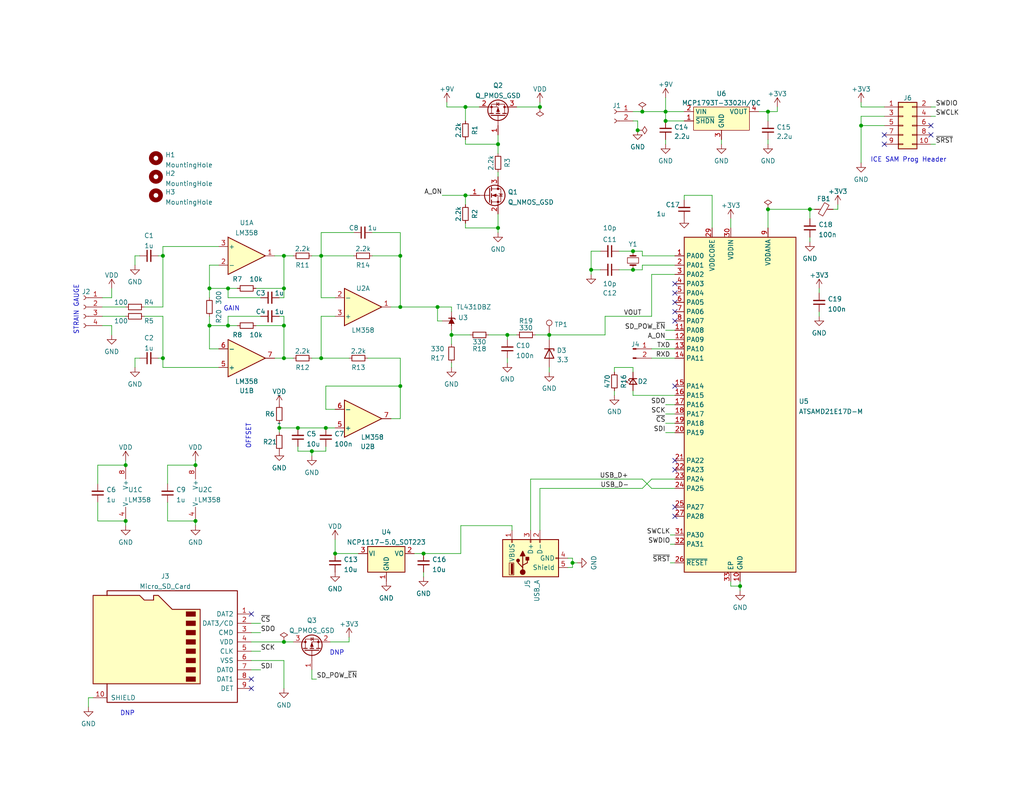
<source format=kicad_sch>
(kicad_sch (version 20211123) (generator eeschema)
  (paper "USLetter")
  (title_block (title "Depth Sensor with Battery") (date "2022-04-06") (rev "1") (company "EWB-SFP") (comment 1 "Hans Gaensbauer"))
  (lib_symbols
    (symbol "Amplifier_Operational:LM358" (pin_names (offset 0.127))
      (property "Reference" "U" (at 0 5.08 0))
      (property "Value" "LM358" (at 0 -5.08 0))
      (symbol "LM358_1_1"
        (pin output line (at 7.62 0 180) (length 2.54) (name "~") (number "1"))
        (pin input line (at -7.62 -2.54 0) (length 2.54) (name "-") (number "2"))
        (pin input line (at -7.62 2.54 0) (length 2.54) (name "+") (number "3"))
      )
      (symbol "LM358_2_1"
        (pin input line (at -7.62 2.54 0) (length 2.54) (name "+") (number "5"))
        (pin input line (at -7.62 -2.54 0) (length 2.54) (name "-") (number "6"))
        (pin output line (at 7.62 0 180) (length 2.54) (name "~") (number "7"))
      )
      (symbol "LM358_3_1"
        (pin power_in line (at -2.54 -7.62 90) (length 3.81) (name "V-") (number "4"))
        (pin power_in line (at -2.54 7.62 270) (length 3.81) (name "V+") (number "8"))
      )
    )
    (symbol "Connector:Conn_01x02_Female" (pin_names (offset 1.016) hide)
      (property "Reference" "J" (at 0 2.54 0))
      (property "Value" "Conn_01x02_Female" (at 0 -5.08 0))
      (symbol "Conn_01x02_Female_1_1"
        (pin passive line (at -5.08 0 0) (length 3.81) (name "Pin_1") (number "1"))
        (pin passive line (at -5.08 -2.54 0) (length 3.81) (name "Pin_2") (number "2"))
      )
    )
    (symbol "Connector:Conn_01x02_Male" (pin_names (offset 1.016) hide)
      (property "Reference" "J" (at 0 2.54 0))
      (property "Value" "Conn_01x02_Male" (at 0 -5.08 0))
      (symbol "Conn_01x02_Male_1_1"
        (pin passive line (at 5.08 0 180) (length 3.81) (name "Pin_1") (number "1"))
        (pin passive line (at 5.08 -2.54 180) (length 3.81) (name "Pin_2") (number "2"))
      )
    )
    (symbol "Connector:Conn_01x04_Female" (pin_names (offset 1.016) hide)
      (property "Reference" "J" (at 0 5.08 0))
      (property "Value" "Conn_01x04_Female" (at 0 -7.62 0))
      (symbol "Conn_01x04_Female_1_1"
        (pin passive line (at -5.08 2.54 0) (length 3.81) (name "Pin_1") (number "1"))
        (pin passive line (at -5.08 0 0) (length 3.81) (name "Pin_2") (number "2"))
        (pin passive line (at -5.08 -2.54 0) (length 3.81) (name "Pin_3") (number "3"))
        (pin passive line (at -5.08 -5.08 0) (length 3.81) (name "Pin_4") (number "4"))
      )
    )
    (symbol "Connector:TestPoint" (pin_numbers hide) (pin_names (offset 0.762) hide)
      (property "Reference" "TP" (at 0 6.858 0))
      (property "Value" "TestPoint" (at 0 5.08 0))
      (symbol "TestPoint_1_1"
        (pin passive line (at 0 0 90) (length 2.54) (name "1") (number "1"))
      )
    )
    (symbol "Connector:USB_A" (pin_names (offset 1.016))
      (property "Reference" "J" (at -5.08 11.43 0))
      (property "Value" "USB_A" (at -5.08 8.89 0))
      (symbol "USB_A_1_1"
        (pin power_in line (at 7.62 5.08 180) (length 2.54) (name "VBUS") (number "1"))
        (pin bidirectional line (at 7.62 -2.54 180) (length 2.54) (name "D-") (number "2"))
        (pin bidirectional line (at 7.62 0 180) (length 2.54) (name "D+") (number "3"))
        (pin power_in line (at 0 -10.16 90) (length 2.54) (name "GND") (number "4"))
        (pin passive line (at -2.54 -10.16 90) (length 2.54) (name "Shield") (number "5"))
      )
    )
    (symbol "Connector_Generic:Conn_02x05_Odd_Even" (pin_names (offset 1.016) hide)
      (property "Reference" "J" (at 1.27 7.62 0))
      (property "Value" "Conn_02x05_Odd_Even" (at 1.27 -7.62 0))
      (symbol "Conn_02x05_Odd_Even_1_1"
        (pin passive line (at -5.08 5.08 0) (length 3.81) (name "Pin_1") (number "1"))
        (pin passive line (at 7.62 -5.08 180) (length 3.81) (name "Pin_10") (number "10"))
        (pin passive line (at 7.62 5.08 180) (length 3.81) (name "Pin_2") (number "2"))
        (pin passive line (at -5.08 2.54 0) (length 3.81) (name "Pin_3") (number "3"))
        (pin passive line (at 7.62 2.54 180) (length 3.81) (name "Pin_4") (number "4"))
        (pin passive line (at -5.08 0 0) (length 3.81) (name "Pin_5") (number "5"))
        (pin passive line (at 7.62 0 180) (length 3.81) (name "Pin_6") (number "6"))
        (pin passive line (at -5.08 -2.54 0) (length 3.81) (name "Pin_7") (number "7"))
        (pin passive line (at 7.62 -2.54 180) (length 3.81) (name "Pin_8") (number "8"))
        (pin passive line (at -5.08 -5.08 0) (length 3.81) (name "Pin_9") (number "9"))
      )
    )
    (symbol "Device:C_Small" (pin_numbers hide) (pin_names (offset 0.254) hide)
      (property "Reference" "C" (at 0.254 1.778 0))
      (property "Value" "C_Small" (at 0.254 -2.032 0))
      (symbol "C_Small_1_1"
        (pin passive line (at 0 2.54 270) (length 2.032) (name "~") (number "1"))
        (pin passive line (at 0 -2.54 90) (length 2.032) (name "~") (number "2"))
      )
    )
    (symbol "Device:Crystal_Small" (pin_numbers hide) (pin_names (offset 1.016) hide)
      (property "Reference" "Y" (at 0 2.54 0))
      (property "Value" "Crystal_Small" (at 0 -2.54 0))
      (symbol "Crystal_Small_1_1"
        (pin passive line (at -2.54 0 0) (length 1.27) (name "1") (number "1"))
        (pin passive line (at 2.54 0 180) (length 1.27) (name "2") (number "2"))
      )
    )
    (symbol "Device:D_Zener" (pin_numbers hide) (pin_names (offset 1.016) hide)
      (property "Reference" "D" (at 0 2.54 0))
      (property "Value" "D_Zener" (at 0 -2.54 0))
      (symbol "D_Zener_1_1"
        (pin passive line (at -3.81 0 0) (length 2.54) (name "K") (number "1"))
        (pin passive line (at 3.81 0 180) (length 2.54) (name "A") (number "2"))
      )
    )
    (symbol "Device:FerriteBead_Small" (pin_numbers hide) (pin_names (offset 0))
      (property "Reference" "FB" (at 1.905 1.27 0))
      (property "Value" "FerriteBead_Small" (at 1.905 -1.27 0))
      (symbol "FerriteBead_Small_1_1"
        (pin passive line (at 0 2.54 270) (length 1.27) (name "~") (number "1"))
        (pin passive line (at 0 -2.54 90) (length 1.27) (name "~") (number "2"))
      )
    )
    (symbol "Device:LED_Small" (pin_numbers hide) (pin_names (offset 0.254) hide)
      (property "Reference" "D" (at -1.27 3.175 0))
      (property "Value" "LED_Small" (at -4.445 -2.54 0))
      (symbol "LED_Small_1_1"
        (pin passive line (at -2.54 0 0) (length 1.778) (name "K") (number "1"))
        (pin passive line (at 2.54 0 180) (length 1.778) (name "A") (number "2"))
      )
    )
    (symbol "Device:Q_NMOS_GSD" (pin_names (offset 0) hide)
      (property "Reference" "Q" (at 5.08 1.27 0))
      (property "Value" "Q_NMOS_GSD" (at 5.08 -1.27 0))
      (symbol "Q_NMOS_GSD_1_1"
        (pin input line (at -5.08 0 0) (length 2.54) (name "G") (number "1"))
        (pin passive line (at 2.54 -5.08 90) (length 2.54) (name "S") (number "2"))
        (pin passive line (at 2.54 5.08 270) (length 2.54) (name "D") (number "3"))
      )
    )
    (symbol "Device:Q_PMOS_GSD" (pin_names (offset 0) hide)
      (property "Reference" "Q" (at 5.08 1.27 0))
      (property "Value" "Q_PMOS_GSD" (at 5.08 -1.27 0))
      (symbol "Q_PMOS_GSD_1_1"
        (pin input line (at -5.08 0 0) (length 2.54) (name "G") (number "1"))
        (pin passive line (at 2.54 -5.08 90) (length 2.54) (name "S") (number "2"))
        (pin passive line (at 2.54 5.08 270) (length 2.54) (name "D") (number "3"))
      )
    )
    (symbol "Device:R_Small" (pin_numbers hide) (pin_names (offset 0.254) hide)
      (property "Reference" "R" (at 0.762 0.508 0))
      (property "Value" "R_Small" (at 0.762 -1.016 0))
      (symbol "R_Small_1_1"
        (pin passive line (at 0 2.54 270) (length 0.762) (name "~") (number "1"))
        (pin passive line (at 0 -2.54 90) (length 0.762) (name "~") (number "2"))
      )
    )
    (symbol "MCU_Microchip_SAMD:ATSAMD21E17D-M"
      (property "Reference" "U" (at -13.97 46.99 0))
      (property "Value" "ATSAMD21E17D-M" (at 16.51 46.99 0))
      (symbol "ATSAMD21E17D-M_1_1"
        (pin bidirectional line (at -17.78 40.64 0) (length 2.54) (name "PA00") (number "1"))
        (pin power_in line (at 0 -48.26 90) (length 2.54) (name "GND") (number "10"))
        (pin bidirectional line (at -17.78 20.32 0) (length 2.54) (name "PA08") (number "11"))
        (pin bidirectional line (at -17.78 17.78 0) (length 2.54) (name "PA09") (number "12"))
        (pin bidirectional line (at -17.78 15.24 0) (length 2.54) (name "PA10") (number "13"))
        (pin bidirectional line (at -17.78 12.7 0) (length 2.54) (name "PA11") (number "14"))
        (pin bidirectional line (at -17.78 5.08 0) (length 2.54) (name "PA14") (number "15"))
        (pin bidirectional line (at -17.78 2.54 0) (length 2.54) (name "PA15") (number "16"))
        (pin bidirectional line (at -17.78 0 0) (length 2.54) (name "PA16") (number "17"))
        (pin bidirectional line (at -17.78 -2.54 0) (length 2.54) (name "PA17") (number "18"))
        (pin bidirectional line (at -17.78 -5.08 0) (length 2.54) (name "PA18") (number "19"))
        (pin bidirectional line (at -17.78 38.1 0) (length 2.54) (name "PA01") (number "2"))
        (pin bidirectional line (at -17.78 -7.62 0) (length 2.54) (name "PA19") (number "20"))
        (pin bidirectional line (at -17.78 -15.24 0) (length 2.54) (name "PA22") (number "21"))
        (pin bidirectional line (at -17.78 -17.78 0) (length 2.54) (name "PA23") (number "22"))
        (pin bidirectional line (at -17.78 -20.32 0) (length 2.54) (name "PA24") (number "23"))
        (pin bidirectional line (at -17.78 -22.86 0) (length 2.54) (name "PA25") (number "24"))
        (pin bidirectional line (at -17.78 -27.94 0) (length 2.54) (name "PA27") (number "25"))
        (pin input line (at -17.78 -43.18 0) (length 2.54) (name "~{RESET}") (number "26"))
        (pin bidirectional line (at -17.78 -30.48 0) (length 2.54) (name "PA28") (number "27"))
        (pin passive line (at 0 -48.26 90) (length 2.54) hide (name "GND") (number "28"))
        (pin power_out line (at -7.62 48.26 270) (length 2.54) (name "VDDCORE") (number "29"))
        (pin bidirectional line (at -17.78 35.56 0) (length 2.54) (name "PA02") (number "3"))
        (pin power_in line (at -2.54 48.26 270) (length 2.54) (name "VDDIN") (number "30"))
        (pin bidirectional line (at -17.78 -35.56 0) (length 2.54) (name "PA30") (number "31"))
        (pin bidirectional line (at -17.78 -38.1 0) (length 2.54) (name "PA31") (number "32"))
        (pin passive line (at -2.54 -48.26 90) (length 2.54) (name "EP") (number "33"))
        (pin bidirectional line (at -17.78 33.02 0) (length 2.54) (name "PA03") (number "4"))
        (pin bidirectional line (at -17.78 30.48 0) (length 2.54) (name "PA04") (number "5"))
        (pin bidirectional line (at -17.78 27.94 0) (length 2.54) (name "PA05") (number "6"))
        (pin bidirectional line (at -17.78 25.4 0) (length 2.54) (name "PA06") (number "7"))
        (pin bidirectional line (at -17.78 22.86 0) (length 2.54) (name "PA07") (number "8"))
        (pin power_in line (at 7.62 48.26 270) (length 2.54) (name "VDDANA") (number "9"))
      )
    )
    (symbol "Mechanical:MountingHole" (pin_names (offset 1.016))
      (property "Reference" "H" (at 0 5.08 0))
      (property "Value" "MountingHole" (at 0 3.175 0))
    )
    (symbol "Reference_Voltage:TL431DBZ" (pin_numbers hide) (pin_names hide)
      (property "Reference" "U" (at -2.54 2.54 0))
      (property "Value" "TL431DBZ" (at 0 -2.54 0))
      (symbol "TL431DBZ_1_1"
        (pin passive line (at 2.54 0 180) (length 2.54) (name "K") (number "1"))
        (pin passive line (at 0 2.54 270) (length 2.54) (name "REF") (number "2"))
        (pin passive line (at -2.54 0 0) (length 2.54) (name "A") (number "3"))
      )
    )
    (symbol "Regulator_Linear:NCP1117-5.0_SOT223" (pin_names (offset 0.254))
      (property "Reference" "U" (at -3.81 3.175 0))
      (property "Value" "NCP1117-5.0_SOT223" (at 0 3.175 0))
      (symbol "NCP1117-5.0_SOT223_1_1"
        (pin power_in line (at 0 -7.62 90) (length 2.54) (name "GND") (number "1"))
        (pin power_out line (at 7.62 0 180) (length 2.54) (name "VO") (number "2"))
        (pin power_in line (at -7.62 0 0) (length 2.54) (name "VI") (number "3"))
      )
    )
    (symbol "power:+3.3V" (power) (pin_names (offset 0))
      (property "Value" "+3.3V" (at 0 3.556 0))
      (symbol "+3.3V_1_1"
        (pin power_in line (at 0 0 90) (length 0) hide (name "+3V3") (number "1"))
      )
    )
    (symbol "power:+9V" (power) (pin_names (offset 0))
      (property "Value" "+9V" (at 0 3.556 0))
      (symbol "+9V_1_1"
        (pin power_in line (at 0 0 90) (length 0) hide (name "+9V") (number "1"))
      )
    )
    (symbol "power:GND" (power) (pin_names (offset 0))
      (property "Value" "GND" (at 0 -3.81 0))
      (symbol "GND_1_1"
        (pin power_in line (at 0 0 270) (length 0) hide (name "GND") (number "1"))
      )
    )
    (symbol "power:PWR_FLAG" (power) (pin_numbers hide) (pin_names (offset 0) hide)
      (property "Value" "PWR_FLAG" (at 0 3.81 0))
      (symbol "PWR_FLAG_0_0"
        (pin power_out line (at 0 0 90) (length 0) (name "pwr") (number "1"))
      )
    )
    (symbol "power:VDD" (power) (pin_names (offset 0))
      (property "Value" "VDD" (at 0 3.81 0))
      (symbol "VDD_1_1"
        (pin power_in line (at 0 0 90) (length 0) hide (name "VDD") (number "1"))
      )
    )
    (symbol "well-monitor:MCP1793T-3302H-DC"
      (property "Reference" "U6" (at 0 6.189 0))
      (property "Value" "MCP1793T-3302H-DC" (at 0 3.6521 0))
      (symbol "MCP1793T-3302H-DC_1_1"
        (pin input line (at -10.16 -1.27 0) (length 2.54) (name "~{SHDN}") (number "1"))
        (pin power_in line (at -10.16 1.27 0) (length 2.54) (name "VIN") (number "2"))
        (pin power_in line (at 0 -6.35 90) (length 2.54) (name "GND") (number "3"))
        (pin power_out line (at 10.16 1.27 180) (length 2.54) (name "VOUT") (number "4"))
        (pin no_connect line (at 2.54 -1.27 180) (length 0) hide (name "NC") (number "5"))
        (pin power_in line (at 0 -6.35 180) (length 0) hide (name "GND") (number "6"))
      )
    )
    (symbol "well-monitor:Micro_SD_Card" (pin_names (offset 1.016))
      (property "Reference" "J" (at -16.51 15.24 0))
      (property "Value" "Micro_SD_Card" (at 16.51 15.24 0))
      (symbol "Micro_SD_Card_1_1"
        (pin bidirectional line (at -22.86 7.62 0) (length 3.81) (name "DAT2") (number "1"))
        (pin passive line (at 20.32 -15.24 180) (length 3.81) (name "SHIELD") (number "10"))
        (pin bidirectional line (at -22.86 5.08 0) (length 3.81) (name "DAT3/CD") (number "2"))
        (pin input line (at -22.86 2.54 0) (length 3.81) (name "CMD") (number "3"))
        (pin power_in line (at -22.86 0 0) (length 3.81) (name "VDD") (number "4"))
        (pin input line (at -22.86 -2.54 0) (length 3.81) (name "CLK") (number "5"))
        (pin power_in line (at -22.86 -5.08 0) (length 3.81) (name "VSS") (number "6"))
        (pin bidirectional line (at -22.86 -7.62 0) (length 3.81) (name "DAT0") (number "7"))
        (pin bidirectional line (at -22.86 -10.16 0) (length 3.81) (name "DAT1") (number "8"))
        (pin passive line (at -22.86 -12.7 0) (length 3.81) (name "DET") (number "9"))
      )
    )
  )
  (junction (at 53.34 142.24))
  (junction (at 127 29.21))
  (junction (at 123.19 91.44))
  (junction (at 76.2 116.84))
  (junction (at 109.22 83.82))
  (junction (at 181.61 33.02))
  (junction (at 209.55 30.48))
  (junction (at 161.29 73.66))
  (junction (at 119.38 83.82))
  (junction (at 91.44 151.13))
  (junction (at 147.32 29.21))
  (junction (at 115.57 151.13))
  (junction (at 88.9 116.84))
  (junction (at 77.47 69.85))
  (junction (at 87.63 97.79))
  (junction (at 209.55 57.15))
  (junction (at 77.47 88.9))
  (junction (at 77.47 97.79))
  (junction (at 57.15 88.9))
  (junction (at 62.23 88.9))
  (junction (at 87.63 69.85))
  (junction (at 57.15 78.74))
  (junction (at 77.47 175.26))
  (junction (at 172.72 73.66))
  (junction (at 44.45 97.79))
  (junction (at 44.45 69.85))
  (junction (at 34.29 127))
  (junction (at 109.22 105.41))
  (junction (at 34.29 142.24))
  (junction (at 62.23 78.74))
  (junction (at 127 53.34))
  (junction (at 234.95 34.29))
  (junction (at 201.93 160.02))
  (junction (at 135.89 39.37))
  (junction (at 175.26 30.48))
  (junction (at 138.43 91.44))
  (junction (at 81.28 116.84))
  (junction (at 149.86 91.44))
  (junction (at 85.09 123.19))
  (junction (at 220.98 57.15))
  (junction (at 172.72 68.58))
  (junction (at 156.21 153.67))
  (junction (at 173.99 35.56))
  (junction (at 109.22 69.85))
  (junction (at 181.61 30.48))
  (junction (at 77.47 78.74))
  (junction (at 135.89 62.23))
  (junction (at 53.34 127))
  (no_connect (at 254 34.29))
  (no_connect (at 184.15 87.63))
  (no_connect (at 241.3 36.83))
  (no_connect (at 241.3 39.37))
  (no_connect (at 254 36.83))
  (no_connect (at 184.15 128.27))
  (no_connect (at 184.15 85.09))
  (no_connect (at 184.15 77.47))
  (no_connect (at 68.58 185.42))
  (no_connect (at 184.15 105.41))
  (no_connect (at 184.15 140.97))
  (no_connect (at 184.15 138.43))
  (no_connect (at 184.15 125.73))
  (no_connect (at 68.58 167.64))
  (no_connect (at 184.15 82.55))
  (no_connect (at 68.58 187.96))
  (no_connect (at 184.15 80.01))
  (wire (pts (xy 57.15 88.9) (xy 57.15 95.25)))
  (wire (pts (xy 53.34 125.73) (xy 53.34 127)))
  (wire (pts (xy 254 29.21) (xy 255.27 29.21)))
  (wire (pts (xy 161.29 73.66) (xy 161.29 74.93)))
  (wire (pts (xy 123.19 91.44) (xy 123.19 93.98)))
  (wire (pts (xy 87.63 97.79) (xy 85.09 97.79)))
  (wire (pts (xy 53.34 127) (xy 45.72 127)))
  (wire (pts (xy 167.64 100.33) (xy 167.64 101.6)))
  (wire (pts (xy 24.13 190.5) (xy 25.4 190.5)))
  (wire (pts (xy 133.35 91.44) (xy 138.43 91.44)))
  (wire (pts (xy 44.45 69.85) (xy 44.45 83.82)))
  (wire (pts (xy 181.61 30.48) (xy 186.69 30.48)))
  (wire (pts (xy 234.95 34.29) (xy 234.95 44.45)))
  (wire (pts (xy 87.63 69.85) (xy 85.09 69.85)))
  (wire (pts (xy 68.58 172.72) (xy 71.12 172.72)))
  (wire (pts (xy 76.2 116.84) (xy 76.2 115.57)))
  (wire (pts (xy 34.29 127) (xy 26.67 127)))
  (wire (pts (xy 43.18 69.85) (xy 44.45 69.85)))
  (wire (pts (xy 121.92 29.21) (xy 127 29.21)))
  (wire (pts (xy 125.73 143.51) (xy 125.73 151.13)))
  (wire (pts (xy 77.47 88.9) (xy 77.47 97.79)))
  (wire (pts (xy 172.72 101.6) (xy 172.72 100.33)))
  (wire (pts (xy 156.21 152.4) (xy 156.21 153.67)))
  (wire (pts (xy 173.99 33.02) (xy 172.72 33.02)))
  (wire (pts (xy 181.61 115.57) (xy 184.15 115.57)))
  (wire (pts (xy 87.63 81.28) (xy 87.63 69.85)))
  (wire (pts (xy 95.25 175.26) (xy 90.17 175.26)))
  (wire (pts (xy 81.28 121.92) (xy 81.28 123.19)))
  (wire (pts (xy 172.72 100.33) (xy 167.64 100.33)))
  (wire (pts (xy 62.23 86.36) (xy 62.23 88.9)))
  (wire (pts (xy 77.47 175.26) (xy 80.01 175.26)))
  (wire (pts (xy 123.19 91.44) (xy 123.19 90.17)))
  (wire (pts (xy 127 38.1) (xy 127 39.37)))
  (wire (pts (xy 175.26 73.66) (xy 175.26 72.39)))
  (wire (pts (xy 194.31 62.23) (xy 194.31 53.34)))
  (wire (pts (xy 77.47 97.79) (xy 74.93 97.79)))
  (wire (pts (xy 181.61 26.67) (xy 181.61 30.48)))
  (wire (pts (xy 199.39 160.02) (xy 199.39 158.75)))
  (wire (pts (xy 26.67 127) (xy 26.67 132.08)))
  (wire (pts (xy 77.47 86.36) (xy 77.47 88.9)))
  (wire (pts (xy 109.22 83.82) (xy 106.68 83.82)))
  (wire (pts (xy 43.18 97.79) (xy 44.45 97.79)))
  (wire (pts (xy 241.3 31.75) (xy 234.95 31.75)))
  (wire (pts (xy 76.2 86.36) (xy 77.47 86.36)))
  (wire (pts (xy 85.09 123.19) (xy 85.09 124.46)))
  (wire (pts (xy 128.27 53.34) (xy 127 53.34)))
  (wire (pts (xy 172.72 73.66) (xy 175.26 73.66)))
  (wire (pts (xy 165.1 91.44) (xy 165.1 86.36)))
  (wire (pts (xy 147.32 133.35) (xy 175.26 133.35)))
  (wire (pts (xy 57.15 72.39) (xy 59.69 72.39)))
  (wire (pts (xy 209.55 30.48) (xy 212.09 30.48)))
  (wire (pts (xy 27.94 81.28) (xy 30.48 81.28)))
  (wire (pts (xy 177.8 97.79) (xy 184.15 97.79)))
  (wire (pts (xy 44.45 67.31) (xy 59.69 67.31)))
  (wire (pts (xy 135.89 39.37) (xy 135.89 36.83)))
  (wire (pts (xy 77.47 78.74) (xy 77.47 69.85)))
  (wire (pts (xy 168.91 73.66) (xy 172.72 73.66)))
  (wire (pts (xy 175.26 72.39) (xy 184.15 72.39)))
  (wire (pts (xy 147.32 27.94) (xy 147.32 29.21)))
  (wire (pts (xy 100.33 97.79) (xy 109.22 97.79)))
  (wire (pts (xy 161.29 73.66) (xy 163.83 73.66)))
  (wire (pts (xy 222.25 57.15) (xy 220.98 57.15)))
  (wire (pts (xy 254 31.75) (xy 255.27 31.75)))
  (wire (pts (xy 69.85 78.74) (xy 77.47 78.74)))
  (wire (pts (xy 163.83 68.58) (xy 161.29 68.58)))
  (wire (pts (xy 177.8 74.93) (xy 184.15 74.93)))
  (wire (pts (xy 109.22 105.41) (xy 109.22 114.3)))
  (wire (pts (xy 127 62.23) (xy 135.89 62.23)))
  (wire (pts (xy 181.61 33.02) (xy 186.69 33.02)))
  (wire (pts (xy 228.6 55.88) (xy 228.6 57.15)))
  (wire (pts (xy 76.2 81.28) (xy 77.47 81.28)))
  (wire (pts (xy 36.83 72.39) (xy 36.83 69.85)))
  (wire (pts (xy 147.32 133.35) (xy 147.32 144.78)))
  (wire (pts (xy 57.15 86.36) (xy 57.15 88.9)))
  (wire (pts (xy 69.85 88.9) (xy 77.47 88.9)))
  (wire (pts (xy 172.72 30.48) (xy 175.26 30.48)))
  (wire (pts (xy 57.15 95.25) (xy 59.69 95.25)))
  (wire (pts (xy 234.95 27.94) (xy 234.95 29.21)))
  (wire (pts (xy 62.23 78.74) (xy 57.15 78.74)))
  (wire (pts (xy 182.88 146.05) (xy 184.15 146.05)))
  (wire (pts (xy 34.29 142.24) (xy 34.29 143.51)))
  (wire (pts (xy 68.58 182.88) (xy 71.12 182.88)))
  (wire (pts (xy 30.48 78.74) (xy 30.48 81.28)))
  (wire (pts (xy 85.09 123.19) (xy 88.9 123.19)))
  (wire (pts (xy 44.45 67.31) (xy 44.45 69.85)))
  (wire (pts (xy 87.63 86.36) (xy 87.63 97.79)))
  (wire (pts (xy 154.94 152.4) (xy 156.21 152.4)))
  (wire (pts (xy 88.9 111.76) (xy 88.9 105.41)))
  (wire (pts (xy 91.44 86.36) (xy 87.63 86.36)))
  (wire (pts (xy 223.52 85.09) (xy 223.52 86.36)))
  (wire (pts (xy 77.47 187.96) (xy 77.47 180.34)))
  (wire (pts (xy 34.29 125.73) (xy 34.29 127)))
  (wire (pts (xy 96.52 63.5) (xy 87.63 63.5)))
  (wire (pts (xy 85.09 185.42) (xy 86.36 185.42)))
  (wire (pts (xy 27.94 86.36) (xy 34.29 86.36)))
  (wire (pts (xy 24.13 193.04) (xy 24.13 190.5)))
  (wire (pts (xy 87.63 63.5) (xy 87.63 69.85)))
  (wire (pts (xy 165.1 86.36) (xy 177.8 86.36)))
  (wire (pts (xy 53.34 142.24) (xy 45.72 142.24)))
  (wire (pts (xy 201.93 161.29) (xy 201.93 160.02)))
  (wire (pts (xy 177.8 130.81) (xy 184.15 130.81)))
  (wire (pts (xy 39.37 83.82) (xy 44.45 83.82)))
  (wire (pts (xy 181.61 33.02) (xy 181.61 30.48)))
  (wire (pts (xy 149.86 91.44) (xy 165.1 91.44)))
  (wire (pts (xy 139.7 144.78) (xy 139.7 143.51)))
  (wire (pts (xy 77.47 81.28) (xy 77.47 78.74)))
  (wire (pts (xy 53.34 142.24) (xy 53.34 143.51)))
  (wire (pts (xy 71.12 81.28) (xy 62.23 81.28)))
  (wire (pts (xy 44.45 100.33) (xy 59.69 100.33)))
  (wire (pts (xy 127 29.21) (xy 127 33.02)))
  (wire (pts (xy 91.44 147.32) (xy 91.44 151.13)))
  (wire (pts (xy 95.25 173.99) (xy 95.25 175.26)))
  (wire (pts (xy 156.21 153.67) (xy 157.48 153.67)))
  (wire (pts (xy 139.7 143.51) (xy 125.73 143.51)))
  (wire (pts (xy 181.61 38.1) (xy 181.61 39.37)))
  (wire (pts (xy 144.78 130.81) (xy 144.78 144.78)))
  (wire (pts (xy 138.43 91.44) (xy 140.97 91.44)))
  (wire (pts (xy 138.43 97.79) (xy 138.43 99.06)))
  (wire (pts (xy 88.9 111.76) (xy 91.44 111.76)))
  (wire (pts (xy 120.65 53.34) (xy 127 53.34)))
  (wire (pts (xy 109.22 114.3) (xy 106.68 114.3)))
  (wire (pts (xy 109.22 97.79) (xy 109.22 105.41)))
  (wire (pts (xy 135.89 62.23) (xy 135.89 63.5)))
  (wire (pts (xy 109.22 63.5) (xy 109.22 69.85)))
  (wire (pts (xy 135.89 58.42) (xy 135.89 62.23)))
  (wire (pts (xy 123.19 85.09) (xy 123.19 83.82)))
  (wire (pts (xy 68.58 177.8) (xy 71.12 177.8)))
  (wire (pts (xy 181.61 92.71) (xy 184.15 92.71)))
  (wire (pts (xy 181.61 113.03) (xy 184.15 113.03)))
  (wire (pts (xy 38.1 97.79) (xy 36.83 97.79)))
  (wire (pts (xy 88.9 105.41) (xy 109.22 105.41)))
  (wire (pts (xy 177.8 95.25) (xy 184.15 95.25)))
  (wire (pts (xy 201.93 158.75) (xy 201.93 160.02)))
  (wire (pts (xy 146.05 91.44) (xy 149.86 91.44)))
  (wire (pts (xy 201.93 160.02) (xy 199.39 160.02)))
  (wire (pts (xy 87.63 69.85) (xy 96.52 69.85)))
  (wire (pts (xy 186.69 53.34) (xy 186.69 54.61)))
  (wire (pts (xy 123.19 91.44) (xy 128.27 91.44)))
  (wire (pts (xy 175.26 30.48) (xy 181.61 30.48)))
  (wire (pts (xy 113.03 151.13) (xy 115.57 151.13)))
  (wire (pts (xy 26.67 142.24) (xy 26.67 137.16)))
  (wire (pts (xy 167.64 106.68) (xy 167.64 107.95)))
  (wire (pts (xy 209.55 30.48) (xy 209.55 33.02)))
  (wire (pts (xy 127 62.23) (xy 127 60.96)))
  (wire (pts (xy 175.26 130.81) (xy 177.8 133.35)))
  (wire (pts (xy 149.86 100.33) (xy 149.86 101.6)))
  (wire (pts (xy 101.6 63.5) (xy 109.22 63.5)))
  (wire (pts (xy 173.99 35.56) (xy 173.99 33.02)))
  (wire (pts (xy 220.98 57.15) (xy 209.55 57.15)))
  (wire (pts (xy 234.95 31.75) (xy 234.95 34.29)))
  (wire (pts (xy 207.01 30.48) (xy 209.55 30.48)))
  (wire (pts (xy 228.6 57.15) (xy 227.33 57.15)))
  (wire (pts (xy 144.78 130.81) (xy 175.26 130.81)))
  (wire (pts (xy 181.61 90.17) (xy 184.15 90.17)))
  (wire (pts (xy 223.52 78.74) (xy 223.52 80.01)))
  (wire (pts (xy 76.2 116.84) (xy 81.28 116.84)))
  (wire (pts (xy 123.19 99.06) (xy 123.19 100.33)))
  (wire (pts (xy 71.12 86.36) (xy 62.23 86.36)))
  (wire (pts (xy 77.47 180.34) (xy 68.58 180.34)))
  (wire (pts (xy 85.09 182.88) (xy 85.09 185.42)))
  (wire (pts (xy 115.57 156.21) (xy 115.57 157.48)))
  (wire (pts (xy 45.72 127) (xy 45.72 132.08)))
  (wire (pts (xy 64.77 88.9) (xy 62.23 88.9)))
  (wire (pts (xy 127 39.37) (xy 135.89 39.37)))
  (wire (pts (xy 209.55 57.15) (xy 209.55 62.23)))
  (wire (pts (xy 172.72 106.68) (xy 172.72 107.95)))
  (wire (pts (xy 76.2 118.11) (xy 76.2 116.84)))
  (wire (pts (xy 234.95 34.29) (xy 241.3 34.29)))
  (wire (pts (xy 68.58 175.26) (xy 77.47 175.26)))
  (wire (pts (xy 44.45 86.36) (xy 44.45 97.79)))
  (wire (pts (xy 138.43 91.44) (xy 138.43 92.71)))
  (wire (pts (xy 130.81 29.21) (xy 127 29.21)))
  (wire (pts (xy 36.83 97.79) (xy 36.83 100.33)))
  (wire (pts (xy 91.44 81.28) (xy 87.63 81.28)))
  (wire (pts (xy 45.72 142.24) (xy 45.72 137.16)))
  (wire (pts (xy 140.97 29.21) (xy 147.32 29.21)))
  (wire (pts (xy 81.28 123.19) (xy 85.09 123.19)))
  (wire (pts (xy 156.21 154.94) (xy 154.94 154.94)))
  (wire (pts (xy 91.44 151.13) (xy 97.79 151.13)))
  (wire (pts (xy 184.15 69.85) (xy 175.26 69.85)))
  (wire (pts (xy 30.48 88.9) (xy 30.48 91.44)))
  (wire (pts (xy 149.86 91.44) (xy 149.86 92.71)))
  (wire (pts (xy 77.47 69.85) (xy 74.93 69.85)))
  (wire (pts (xy 115.57 151.13) (xy 125.73 151.13)))
  (wire (pts (xy 119.38 87.63) (xy 120.65 87.63)))
  (wire (pts (xy 181.61 118.11) (xy 184.15 118.11)))
  (wire (pts (xy 161.29 68.58) (xy 161.29 73.66)))
  (wire (pts (xy 64.77 78.74) (xy 62.23 78.74)))
  (wire (pts (xy 182.88 153.67) (xy 184.15 153.67)))
  (wire (pts (xy 34.29 142.24) (xy 26.67 142.24)))
  (wire (pts (xy 181.61 110.49) (xy 184.15 110.49)))
  (wire (pts (xy 109.22 69.85) (xy 109.22 83.82)))
  (wire (pts (xy 44.45 97.79) (xy 44.45 100.33)))
  (wire (pts (xy 194.31 53.34) (xy 186.69 53.34)))
  (wire (pts (xy 196.85 38.1) (xy 196.85 39.37)))
  (wire (pts (xy 199.39 59.69) (xy 199.39 62.23)))
  (wire (pts (xy 39.37 86.36) (xy 44.45 86.36)))
  (wire (pts (xy 135.89 39.37) (xy 135.89 41.91)))
  (wire (pts (xy 68.58 170.18) (xy 71.12 170.18)))
  (wire (pts (xy 135.89 46.99) (xy 135.89 48.26)))
  (wire (pts (xy 81.28 116.84) (xy 88.9 116.84)))
  (wire (pts (xy 212.09 29.21) (xy 212.09 30.48)))
  (wire (pts (xy 36.83 69.85) (xy 38.1 69.85)))
  (wire (pts (xy 101.6 69.85) (xy 109.22 69.85)))
  (wire (pts (xy 88.9 116.84) (xy 91.44 116.84)))
  (wire (pts (xy 254 39.37) (xy 255.27 39.37)))
  (wire (pts (xy 177.8 130.81) (xy 175.26 133.35)))
  (wire (pts (xy 220.98 64.77) (xy 220.98 66.04)))
  (wire (pts (xy 57.15 78.74) (xy 57.15 72.39)))
  (wire (pts (xy 121.92 27.94) (xy 121.92 29.21)))
  (wire (pts (xy 172.72 107.95) (xy 184.15 107.95)))
  (wire (pts (xy 209.55 38.1) (xy 209.55 39.37)))
  (wire (pts (xy 62.23 88.9) (xy 57.15 88.9)))
  (wire (pts (xy 88.9 123.19) (xy 88.9 121.92)))
  (wire (pts (xy 77.47 97.79) (xy 80.01 97.79)))
  (wire (pts (xy 172.72 68.58) (xy 175.26 68.58)))
  (wire (pts (xy 177.8 74.93) (xy 177.8 86.36)))
  (wire (pts (xy 27.94 88.9) (xy 30.48 88.9)))
  (wire (pts (xy 175.26 69.85) (xy 175.26 68.58)))
  (wire (pts (xy 182.88 148.59) (xy 184.15 148.59)))
  (wire (pts (xy 57.15 78.74) (xy 57.15 81.28)))
  (wire (pts (xy 109.22 83.82) (xy 119.38 83.82)))
  (wire (pts (xy 127 53.34) (xy 127 55.88)))
  (wire (pts (xy 123.19 83.82) (xy 119.38 83.82)))
  (wire (pts (xy 177.8 133.35) (xy 184.15 133.35)))
  (wire (pts (xy 168.91 68.58) (xy 172.72 68.58)))
  (wire (pts (xy 62.23 81.28) (xy 62.23 78.74)))
  (wire (pts (xy 77.47 69.85) (xy 80.01 69.85)))
  (wire (pts (xy 119.38 83.82) (xy 119.38 87.63)))
  (wire (pts (xy 156.21 153.67) (xy 156.21 154.94)))
  (wire (pts (xy 87.63 97.79) (xy 95.25 97.79)))
  (wire (pts (xy 220.98 57.15) (xy 220.98 59.69)))
  (wire (pts (xy 241.3 29.21) (xy 234.95 29.21)))
  (wire (pts (xy 27.94 83.82) (xy 34.29 83.82)))
  (text "DNP" (at 93.98 179.07 180) (effects (font (size 1.27 1.27)) (justify right bottom)))
  (text "GAIN" (at 60.96 85.09 0) (effects (font (size 1.27 1.27)) (justify left bottom)))
  (text "OFFSET" (at 68.58 115.57 270) (effects (font (size 1.27 1.27)) (justify right bottom)))
  (text "DNP" (at 36.83 195.58 180) (effects (font (size 1.27 1.27)) (justify right bottom)))
  (text "STRAIN GAUGE" (at 21.59 91.44 90) (effects (font (size 1.27 1.27)) (justify left bottom)))
  (text "ICE SAM Prog Header" (at 237.49 44.45 0) (effects (font (size 1.27 1.27)) (justify left bottom)))
  (label "~{CS}" (at 181.61 115.57 180))
  (label "A_ON" (at 120.65 53.34 180))
  (label "SWCLK" (at 255.27 31.75 0))
  (label "SDO" (at 71.12 172.72 0))
  (label "SWCLK" (at 182.88 146.05 180))
  (label "TXD" (at 182.88 95.25 180))
  (label "SDO" (at 181.61 110.49 180))
  (label "SD_POW_~{EN}" (at 86.36 185.42 0))
  (label "SCK" (at 71.12 177.8 0))
  (label "SCK" (at 181.61 113.03 180))
  (label "SWDIO" (at 255.27 29.21 0))
  (label "USB_D+" (at 171.45 130.81 180))
  (label "~{SRST}" (at 255.27 39.37 0))
  (label "SWDIO" (at 182.88 148.59 180))
  (label "~{CS}" (at 71.12 170.18 0))
  (label "~{SRST}" (at 182.88 153.67 180))
  (label "A_ON" (at 181.61 92.71 180))
  (label "VOUT" (at 170.18 86.36 0))
  (label "SDI" (at 71.12 182.88 0))
  (label "SDI" (at 181.61 118.11 180))
  (label "USB_D-" (at 163.83 133.35 0))
  (label "SD_POW_~{EN}" (at 181.61 90.17 180))
  (label "RXD" (at 182.88 97.79 180))
  (symbol (lib_id "Device:Q_PMOS_GSD") (at 135.89 31.75 270) (mirror x) (unit 1)
    (property "Reference" "Q2" (at 135.89 23.3385 90))
    (property "Value" "Q_PMOS_GSD" (at 135.89 26.1136 90))
    (property "Footprint" "Package_TO_SOT_SMD:SOT-23" (effects hide))
  )
  (symbol (lib_id "Device:Crystal_Small") (at 172.72 71.12 90) (unit 1)
    (property "Reference" "Y1" (at 171.45 66.675 90) (effects (justify right)))
    (property "Value" "Crystal_Small" (effects hide))
    (property "Footprint" "Crystal:Crystal_SMD_MicroCrystal_CM9V-T1A-2Pin_1.6x1.0mm" (effects hide))
  )
  (symbol (lib_id "Device:C_Small") (at 138.43 95.25 180) (unit 1)
    (property "Reference" "C10" (at 140.7541 94.3351 0) (effects (justify right)))
    (property "Value" "100n" (at 140.7541 97.1102 0) (effects (justify right)))
    (property "Footprint" "Capacitor_SMD:C_0402_1005Metric" (effects hide))
  )
  (symbol (lib_id "Amplifier_Operational:LM358") (at 67.31 69.85 0) (unit 1)
    (property "Reference" "U1" (at 67.31 60.8035 0))
    (property "Value" "LM358" (at 67.31 63.5786 0))
    (property "Footprint" "Package_SO:SOP-8_3.9x4.9mm_P1.27mm" (effects hide))
    (property "Datasheet" "http://www.ti.com/lit/ds/symlink/lm2904-n.pdf" (effects hide))
  )
  (symbol (lib_id "power:VDD") (at 34.29 125.73 0) (unit 1)
    (property "Reference" "#PWR012" (effects hide))
    (property "Value" "VDD" (at 34.29 122.1255 0))
  )
  (symbol (lib_id "Device:C_Small") (at 223.52 82.55 180) (unit 1)
    (property "Reference" "C19" (at 225.8441 81.6351 0) (effects (justify right)))
    (property "Value" "100n" (at 225.8441 84.4102 0) (effects (justify right)))
    (property "Footprint" "Capacitor_SMD:C_0402_1005Metric" (effects hide))
  )
  (symbol (lib_id "power:GND") (at 223.52 86.36 0) (unit 1)
    (property "Reference" "#PWR032" (effects hide))
    (property "Value" "GND" (at 223.52 90.9225 0))
  )
  (symbol (lib_id "Device:C_Small") (at 81.28 119.38 180) (unit 1)
    (property "Reference" "C5" (at 83.6041 118.4651 0) (effects (justify right)))
    (property "Value" "10u" (at 83.6041 121.2402 0) (effects (justify right)))
    (property "Footprint" "Capacitor_SMD:C_0402_1005Metric" (effects hide))
  )
  (symbol (lib_id "power:GND") (at 91.44 156.21 0) (mirror y) (unit 1)
    (property "Reference" "#PWR021" (effects hide))
    (property "Value" "GND" (at 91.44 160.7725 0))
  )
  (symbol (lib_id "power:GND") (at 36.83 72.39 0) (unit 1)
    (property "Reference" "#PWR06" (effects hide))
    (property "Value" "GND" (at 36.83 76.9525 0))
  )
  (symbol (lib_id "Device:C_Small") (at 99.06 63.5 90) (unit 1)
    (property "Reference" "C8" (at 96.52 62.23 90))
    (property "Value" "1u" (at 101.6 62.23 90))
    (property "Footprint" "Capacitor_SMD:C_0402_1005Metric" (effects hide))
  )
  (symbol (lib_id "Device:C_Small") (at 26.67 134.62 180) (unit 1)
    (property "Reference" "C6" (at 28.9941 133.7051 0) (effects (justify right)))
    (property "Value" "1u" (at 28.9941 136.4802 0) (effects (justify right)))
    (property "Footprint" "Capacitor_SMD:C_0402_1005Metric" (effects hide))
  )
  (symbol (lib_id "Mechanical:MountingHole") (at 42.545 43.18 0) (unit 1)
    (property "Reference" "H1" (at 45.085 42.2715 0) (effects (justify left)))
    (property "Value" "MountingHole" (at 45.085 45.0466 0) (effects (justify left)))
    (property "Footprint" "MountingHole:MountingHole_3.2mm_M3" (effects hide))
  )
  (symbol (lib_id "power:PWR_FLAG") (at 175.26 30.48 0) (mirror y) (unit 1)
    (property "Reference" "#FLG02" (effects hide))
    (property "Value" "PWR_FLAG" (effects hide))
  )
  (symbol (lib_id "power:GND") (at 135.89 63.5 0) (unit 1)
    (property "Reference" "#PWR05" (effects hide))
    (property "Value" "GND" (at 135.89 68.0625 0))
  )
  (symbol (lib_id "Connector_Generic:Conn_02x05_Odd_Even") (at 246.38 34.29 0) (unit 1)
    (property "Reference" "J6" (at 247.65 26.7485 0))
    (property "Value" "Conn_02x05_Odd_Even" (effects hide))
    (property "Footprint" "EWB:3221-10-0300-00-TR" (effects hide))
  )
  (symbol (lib_id "Mechanical:MountingHole") (at 42.545 53.34 0) (unit 1)
    (property "Reference" "H3" (at 45.085 52.4315 0) (effects (justify left)))
    (property "Value" "MountingHole" (at 45.085 55.2066 0) (effects (justify left)))
    (property "Footprint" "MountingHole:MountingHole_3.2mm_M3" (effects hide))
  )
  (symbol (lib_id "Device:Q_NMOS_GSD") (at 133.35 53.34 0) (unit 1)
    (property "Reference" "Q1" (at 138.557 52.4315 0) (effects (justify left)))
    (property "Value" "Q_NMOS_GSD" (at 138.557 55.2066 0) (effects (justify left)))
    (property "Footprint" "Package_TO_SOT_SMD:SOT-23" (effects hide))
  )
  (symbol (lib_id "Device:LED_Small") (at 172.72 104.14 90) (mirror x) (unit 1)
    (property "Reference" "D2" (at 173.99 104.14 90) (effects (justify right)))
    (property "Value" "LED_Small" (effects hide))
    (property "Footprint" "LED_SMD:LED_0805_2012Metric" (effects hide))
  )
  (symbol (lib_id "power:PWR_FLAG") (at 147.32 29.21 180) (unit 1)
    (property "Reference" "#FLG0101" (effects hide))
    (property "Value" "PWR_FLAG" (effects hide))
  )
  (symbol (lib_id "Regulator_Linear:NCP1117-5.0_SOT223") (at 105.41 151.13 0) (unit 1)
    (property "Reference" "U4" (at 105.41 145.2585 0))
    (property "Value" "NCP1117-5.0_SOT223" (at 105.41 148.0336 0))
    (property "Footprint" "Package_TO_SOT_SMD:SOT-223-3_TabPin2" (effects hide))
    (property "Datasheet" "http://www.onsemi.com/pub_link/Collateral/NCP1117-D.PDF" (effects hide))
  )
  (symbol (lib_id "Device:R_Small") (at 97.79 97.79 90) (unit 1)
    (property "Reference" "R13" (at 97.79 100.33 90))
    (property "Value" "2.2k" (at 97.79 95.862 90))
    (property "Footprint" "Resistor_SMD:R_0402_1005Metric" (effects hide))
  )
  (symbol (lib_id "Device:R_Small") (at 76.2 120.65 180) (unit 1)
    (property "Reference" "R21" (at 73.66 120.65 0))
    (property "Value" "~" (at 76.2 115.57 0))
    (property "Footprint" "Resistor_SMD:R_0402_1005Metric" (effects hide))
  )
  (symbol (lib_id "Connector:Conn_01x02_Male") (at 172.72 95.25 0) (unit 1)
    (property "Reference" "J4" (at 173.355 94.011 0))
    (property "Value" "Conn_01x02_Male" (effects hide))
    (property "Footprint" "Connector_PinHeader_2.54mm:PinHeader_1x02_P2.54mm_Vertical" (effects hide))
  )
  (symbol (lib_id "Device:C_Small") (at 181.61 35.56 180) (unit 1)
    (property "Reference" "C14" (at 183.9341 34.7189 0) (effects (justify right)))
    (property "Value" "2.2u" (at 183.9341 37.2558 0) (effects (justify right)))
    (property "Footprint" "Capacitor_SMD:C_0402_1005Metric" (effects hide))
  )
  (symbol (lib_id "Device:C_Small") (at 40.64 69.85 90) (unit 1)
    (property "Reference" "C1" (at 40.6463 64.3214 90))
    (property "Value" "1u" (at 40.6463 67.0965 90))
    (property "Footprint" "Capacitor_SMD:C_0402_1005Metric" (effects hide))
  )
  (symbol (lib_id "power:+3.3V") (at 223.52 78.74 0) (unit 1)
    (property "Reference" "#PWR031" (effects hide))
    (property "Value" "+3.3V" (at 223.52 75.1355 0))
  )
  (symbol (lib_id "Device:R_Small") (at 67.31 78.74 270) (unit 1)
    (property "Reference" "R7" (at 64.77 76.2 90))
    (property "Value" "10k" (at 69.85 76.2 90))
    (property "Footprint" "Resistor_SMD:R_0402_1005Metric" (effects hide))
  )
  (symbol (lib_id "Device:C_Small") (at 40.64 97.79 90) (unit 1)
    (property "Reference" "C2" (at 40.6463 92.2614 90))
    (property "Value" "1u" (at 40.6463 95.0365 90))
    (property "Footprint" "Capacitor_SMD:C_0402_1005Metric" (effects hide))
  )
  (symbol (lib_id "power:+3.3V") (at 212.09 29.21 0) (unit 1)
    (property "Reference" "#PWR029" (effects hide))
    (property "Value" "+3.3V" (at 212.09 25.6055 0))
  )
  (symbol (lib_id "Device:R_Small") (at 99.06 69.85 90) (unit 1)
    (property "Reference" "R14" (at 99.06 72.39 90))
    (property "Value" "2.2k" (at 99.06 67.922 90))
    (property "Footprint" "Resistor_SMD:R_0402_1005Metric" (effects hide))
  )
  (symbol (lib_id "power:GND") (at 201.93 161.29 0) (unit 1)
    (property "Reference" "#PWR028" (effects hide))
    (property "Value" "GND" (at 201.93 165.8525 0))
  )
  (symbol (lib_id "power:GND") (at 34.29 143.51 0) (unit 1)
    (property "Reference" "#PWR013" (effects hide))
    (property "Value" "GND" (at 34.29 148.0725 0))
  )
  (symbol (lib_id "power:GND") (at 24.13 193.04 0) (unit 1)
    (property "Reference" "#PWR018" (effects hide))
    (property "Value" "GND" (at 24.13 197.6025 0))
  )
  (symbol (lib_id "Device:D_Zener") (at 149.86 96.52 270) (unit 1)
    (property "Reference" "D3" (at 151.892 95.6853 90) (effects (justify left)))
    (property "Value" "3.3" (at 151.892 98.2222 90) (effects (justify left)))
    (property "Footprint" "Diode_SMD:D_SOD-323" (effects hide))
  )
  (symbol (lib_id "Device:C_Small") (at 91.44 153.67 180) (unit 1)
    (property "Reference" "C13" (at 93.7641 152.7551 0) (effects (justify right)))
    (property "Value" "10u" (at 93.7641 155.5302 0) (effects (justify right)))
    (property "Footprint" "Capacitor_SMD:C_0805_2012Metric" (effects hide))
  )
  (symbol (lib_id "power:GND") (at 196.85 39.37 0) (unit 1)
    (property "Reference" "#PWR0104" (effects hide))
    (property "Value" "GND" (at 196.85 43.9325 0))
  )
  (symbol (lib_id "Device:R_Small") (at 130.81 91.44 90) (unit 1)
    (property "Reference" "R18" (at 130.81 95.25 90))
    (property "Value" "330" (at 130.81 93.368 90))
    (property "Footprint" "Resistor_SMD:R_0402_1005Metric" (effects hide))
  )
  (symbol (lib_id "Connector:TestPoint") (at 149.86 91.44 0) (unit 1)
    (property "Reference" "TP1" (at 151.257 88.617 0) (effects (justify left)))
    (property "Value" "TestPoint" (effects hide))
    (property "Footprint" "TestPoint:TestPoint_THTPad_1.5x1.5mm_Drill0.7mm" (effects hide))
  )
  (symbol (lib_id "power:PWR_FLAG") (at 77.47 175.26 0) (unit 1)
    (property "Reference" "#FLG0102" (effects hide))
    (property "Value" "PWR_FLAG" (effects hide))
  )
  (symbol (lib_id "Device:C_Small") (at 186.69 57.15 180) (unit 1)
    (property "Reference" "C17" (at 181.61 55.88 0) (effects (justify right)))
    (property "Value" "1u" (at 179.07 58.42 0) (effects (justify right)))
    (property "Footprint" "Capacitor_SMD:C_0402_1005Metric" (effects hide))
  )
  (symbol (lib_id "Device:R_Small") (at 167.64 104.14 0) (mirror y) (unit 1)
    (property "Reference" "R16" (at 170.18 104.14 90))
    (property "Value" "470" (at 165.712 104.14 90))
    (property "Footprint" "Resistor_SMD:R_0402_1005Metric" (effects hide))
  )
  (symbol (lib_id "Device:C_Small") (at 88.9 119.38 180) (unit 1)
    (property "Reference" "C7" (at 91.2241 118.4651 0) (effects (justify right)))
    (property "Value" "100n" (at 91.2241 121.2402 0) (effects (justify right)))
    (property "Footprint" "Capacitor_SMD:C_0402_1005Metric" (effects hide))
  )
  (symbol (lib_id "Device:C_Small") (at 73.66 86.36 90) (unit 1)
    (property "Reference" "C4" (at 71.12 85.09 90))
    (property "Value" "1u" (at 76.2 85.09 90))
    (property "Footprint" "Capacitor_SMD:C_0402_1005Metric" (effects hide))
  )
  (symbol (lib_id "Amplifier_Operational:LM358") (at 55.88 134.62 0) (unit 3)
    (property "Reference" "U2" (at 53.975 133.7115 0) (effects (justify left)))
    (property "Value" "LM358" (at 53.975 136.4866 0) (effects (justify left)))
    (property "Footprint" "Package_SO:SOP-8_3.9x4.9mm_P1.27mm" (effects hide))
    (property "Datasheet" "http://www.ti.com/lit/ds/symlink/lm2904-n.pdf" (effects hide))
  )
  (symbol (lib_id "power:+3.3V") (at 234.95 27.94 0) (unit 1)
    (property "Reference" "#PWR034" (effects hide))
    (property "Value" "+3.3V" (at 234.95 24.3355 0))
  )
  (symbol (lib_id "Amplifier_Operational:LM358") (at 36.83 134.62 0) (unit 3)
    (property "Reference" "U1" (at 34.925 133.7115 0) (effects (justify left)))
    (property "Value" "LM358" (at 34.925 136.4866 0) (effects (justify left)))
    (property "Footprint" "Package_SO:SOP-8_3.9x4.9mm_P1.27mm" (effects hide))
    (property "Datasheet" "http://www.ti.com/lit/ds/symlink/lm2904-n.pdf" (effects hide))
  )
  (symbol (lib_id "MCU_Microchip_SAMD:ATSAMD21E17D-M") (at 201.93 110.49 0) (unit 1)
    (property "Reference" "U5" (at 217.932 109.5815 0) (effects (justify left)))
    (property "Value" "ATSAMD21E17D-M" (at 217.932 112.3566 0) (effects (justify left)))
    (property "Footprint" "Package_DFN_QFN:QFN-32-1EP_5x5mm_P0.5mm_EP3.6x3.6mm" (effects hide))
    (property "Datasheet" "http://ww1.microchip.com/downloads/en/DeviceDoc/SAM_D21_DA1_Family_Data%20Sheet_DS40001882E.pdf" (effects hide))
  )
  (symbol (lib_id "Device:R_Small") (at 76.2 113.03 180) (unit 1)
    (property "Reference" "R6" (at 73.66 113.03 0))
    (property "Value" "~" (at 76.2 107.95 0))
    (property "Footprint" "Resistor_SMD:R_0402_1005Metric" (effects hide))
  )
  (symbol (lib_id "power:GND") (at 149.86 101.6 0) (mirror y) (unit 1)
    (property "Reference" "#PWR0101" (effects hide))
    (property "Value" "GND" (at 149.86 106.0434 0))
  )
  (symbol (lib_id "Device:R_Small") (at 127 35.56 180) (unit 1)
    (property "Reference" "R1" (at 129.54 35.56 90))
    (property "Value" "2.2k" (at 125.072 35.56 90))
    (property "Footprint" "Resistor_SMD:R_0402_1005Metric" (effects hide))
  )
  (symbol (lib_id "Amplifier_Operational:LM358") (at 99.06 114.3 0) (mirror x) (unit 2)
    (property "Reference" "U2" (at 100.33 121.92 0))
    (property "Value" "LM358" (at 101.6 119.38 0))
    (property "Footprint" "Package_SO:SOP-8_3.9x4.9mm_P1.27mm" (effects hide))
    (property "Datasheet" "http://www.ti.com/lit/ds/symlink/lm2904-n.pdf" (effects hide))
  )
  (symbol (lib_id "power:VDD") (at 91.44 147.32 0) (unit 1)
    (property "Reference" "#PWR020" (effects hide))
    (property "Value" "VDD" (at 91.44 143.7155 0))
  )
  (symbol (lib_id "power:GND") (at 234.95 44.45 0) (unit 1)
    (property "Reference" "#PWR035" (effects hide))
    (property "Value" "GND" (at 234.95 49.0125 0))
  )
  (symbol (lib_id "power:GND") (at 77.47 187.96 0) (mirror y) (unit 1)
    (property "Reference" "#PWR019" (effects hide))
    (property "Value" "GND" (at 77.47 192.5225 0))
  )
  (symbol (lib_id "power:VDD") (at 53.34 125.73 0) (unit 1)
    (property "Reference" "#PWR014" (effects hide))
    (property "Value" "VDD" (at 53.34 122.1255 0))
  )
  (symbol (lib_id "Device:C_Small") (at 209.55 35.56 180) (unit 1)
    (property "Reference" "C15" (at 211.8741 34.7189 0) (effects (justify right)))
    (property "Value" "2.2u" (at 211.8741 37.2558 0) (effects (justify right)))
    (property "Footprint" "Capacitor_SMD:C_0402_1005Metric" (effects hide))
  )
  (symbol (lib_id "Device:C_Small") (at 220.98 62.23 180) (unit 1)
    (property "Reference" "C18" (at 223.3041 61.3151 0) (effects (justify right)))
    (property "Value" "100n" (at 223.3041 64.0902 0) (effects (justify right)))
    (property "Footprint" "Capacitor_SMD:C_0402_1005Metric" (effects hide))
  )
  (symbol (lib_id "power:GND") (at 105.41 158.75 0) (mirror y) (unit 1)
    (property "Reference" "#PWR023" (effects hide))
    (property "Value" "GND" (at 105.41 163.3125 0))
  )
  (symbol (lib_id "power:GND") (at 85.09 124.46 0) (unit 1)
    (property "Reference" "#PWR011" (effects hide))
    (property "Value" "GND" (at 85.09 129.0225 0))
  )
  (symbol (lib_id "Mechanical:MountingHole") (at 42.545 48.26 0) (unit 1)
    (property "Reference" "H2" (at 45.085 47.3515 0) (effects (justify left)))
    (property "Value" "MountingHole" (at 45.085 50.1266 0) (effects (justify left)))
    (property "Footprint" "MountingHole:MountingHole_3.2mm_M3" (effects hide))
  )
  (symbol (lib_id "power:GND") (at 181.61 39.37 0) (unit 1)
    (property "Reference" "#PWR0103" (effects hide))
    (property "Value" "GND" (at 181.61 43.9325 0))
  )
  (symbol (lib_id "power:VDD") (at 30.48 78.74 0) (unit 1)
    (property "Reference" "#PWR03" (effects hide))
    (property "Value" "VDD" (at 30.48 75.1355 0))
  )
  (symbol (lib_id "power:VDD") (at 147.32 27.94 0) (unit 1)
    (property "Reference" "#PWR08" (effects hide))
    (property "Value" "VDD" (at 147.32 24.3355 0))
  )
  (symbol (lib_id "Device:FerriteBead_Small") (at 224.79 57.15 90) (unit 1)
    (property "Reference" "FB1" (at 224.7519 54.2567 90))
    (property "Value" "FerriteBead_Small" (effects hide))
    (property "Footprint" "Resistor_SMD:R_0402_1005Metric" (effects hide))
  )
  (symbol (lib_id "power:GND") (at 173.99 35.56 0) (unit 1)
    (property "Reference" "#PWR01" (effects hide))
    (property "Value" "GND" (at 173.99 40.1225 0))
  )
  (symbol (lib_id "well-monitor:MCP1793T-3302H-DC") (at 196.85 31.75 0) (unit 1)
    (property "Reference" "U6" (at 196.85 25.561 0))
    (property "Value" "MCP1793T-3302H/DC" (at 196.85 28.0979 0))
    (property "Footprint" "Package_TO_SOT_SMD:SOT-223-6" (effects hide))
    (property "Datasheet" "http://ww1.microchip.com/downloads/en/DeviceDoc/MCP1792-Family-Data-Sheet-DS20006229C.pdf" (effects hide))
  )
  (symbol (lib_id "Device:C_Small") (at 73.66 81.28 90) (unit 1)
    (property "Reference" "C3" (at 71.12 80.01 90))
    (property "Value" "1u" (at 76.2 80.01 90))
    (property "Footprint" "Capacitor_SMD:C_0402_1005Metric" (effects hide))
  )
  (symbol (lib_id "power:+3.3V") (at 199.39 59.69 0) (unit 1)
    (property "Reference" "#PWR027" (effects hide))
    (property "Value" "+3.3V" (at 199.39 56.0855 0))
  )
  (symbol (lib_id "power:PWR_FLAG") (at 173.99 35.56 270) (unit 1)
    (property "Reference" "#FLG01" (effects hide))
    (property "Value" "PWR_FLAG" (effects hide))
  )
  (symbol (lib_id "Connector:Conn_01x04_Female") (at 22.86 83.82 0) (mirror y) (unit 1)
    (property "Reference" "J2" (at 23.495 79.6313 0))
    (property "Value" "Conn_01x04_Female" (effects hide))
    (property "Footprint" "Connector_PinHeader_2.54mm:PinHeader_1x04_P2.54mm_Vertical" (effects hide))
  )
  (symbol (lib_id "Device:Q_PMOS_GSD") (at 85.09 177.8 90) (unit 1)
    (property "Reference" "Q3" (at 85.09 169.3885 90))
    (property "Value" "Q_PMOS_GSD" (at 85.09 172.1636 90))
    (property "Footprint" "Package_TO_SOT_SMD:SOT-23" (effects hide))
  )
  (symbol (lib_id "power:+3.3V") (at 228.6 55.88 0) (unit 1)
    (property "Reference" "#PWR033" (effects hide))
    (property "Value" "+3.3V" (at 228.6 52.2755 0))
  )
  (symbol (lib_id "Amplifier_Operational:LM358") (at 99.06 83.82 0) (mirror x) (unit 1)
    (property "Reference" "U2" (at 99.06 78.74 0))
    (property "Value" "LM358" (at 99.06 90.17 0))
    (property "Footprint" "Package_SO:SOP-8_3.9x4.9mm_P1.27mm" (effects hide))
    (property "Datasheet" "http://www.ti.com/lit/ds/symlink/lm2904-n.pdf" (effects hide))
  )
  (symbol (lib_id "power:GND") (at 209.55 39.37 0) (unit 1)
    (property "Reference" "#PWR0106" (effects hide))
    (property "Value" "GND" (at 209.55 43.9325 0))
  )
  (symbol (lib_id "power:GND") (at 36.83 100.33 0) (unit 1)
    (property "Reference" "#PWR07" (effects hide))
    (property "Value" "GND" (at 36.83 104.8925 0))
  )
  (symbol (lib_id "power:GND") (at 157.48 153.67 90) (mirror x) (unit 1)
    (property "Reference" "#PWR0107" (effects hide))
    (property "Value" "GND" (at 162.0425 153.67 0))
  )
  (symbol (lib_id "power:GND") (at 123.19 100.33 0) (unit 1)
    (property "Reference" "#PWR016" (effects hide))
    (property "Value" "GND" (at 123.19 104.8925 0))
  )
  (symbol (lib_id "power:GND") (at 220.98 66.04 0) (unit 1)
    (property "Reference" "#PWR030" (effects hide))
    (property "Value" "GND" (at 220.98 70.6025 0))
  )
  (symbol (lib_id "power:PWR_FLAG") (at 209.55 57.15 0) (mirror y) (unit 1)
    (property "Reference" "#FLG0103" (effects hide))
    (property "Value" "PWR_FLAG" (effects hide))
  )
  (symbol (lib_id "power:VDD") (at 76.2 110.49 0) (unit 1)
    (property "Reference" "#PWR09" (effects hide))
    (property "Value" "VDD" (at 76.2 106.8855 0))
  )
  (symbol (lib_id "Device:R_Small") (at 123.19 96.52 0) (unit 1)
    (property "Reference" "R17" (at 119.38 97.79 0))
    (property "Value" "330" (at 119.38 95.25 0))
    (property "Footprint" "Resistor_SMD:R_0402_1005Metric" (effects hide))
  )
  (symbol (lib_id "Device:C_Small") (at 166.37 73.66 270) (unit 1)
    (property "Reference" "C12" (at 166.37 80.01 90))
    (property "Value" "10p" (at 166.37 77.47 90))
    (property "Footprint" "Capacitor_SMD:C_0402_1005Metric" (effects hide))
  )
  (symbol (lib_id "power:+9V") (at 121.92 27.94 0) (unit 1)
    (property "Reference" "#PWR02" (effects hide))
    (property "Value" "+9V" (at 121.92 24.3355 0))
  )
  (symbol (lib_id "Device:R_Small") (at 36.83 86.36 90) (unit 1)
    (property "Reference" "R5" (at 40.64 87.63 90))
    (property "Value" "100" (at 33.02 87.63 90))
    (property "Footprint" "Resistor_SMD:R_0402_1005Metric" (effects hide))
  )
  (symbol (lib_id "power:GND") (at 186.69 59.69 0) (unit 1)
    (property "Reference" "#PWR026" (effects hide))
    (property "Value" "GND" (effects hide))
  )
  (symbol (lib_id "Device:C_Small") (at 115.57 153.67 180) (unit 1)
    (property "Reference" "C16" (at 117.8941 152.7551 0) (effects (justify right)))
    (property "Value" "10u" (at 117.8941 155.5302 0) (effects (justify right)))
    (property "Footprint" "Capacitor_SMD:C_0805_2012Metric" (effects hide))
  )
  (symbol (lib_id "Reference_Voltage:TL431DBZ") (at 123.19 87.63 90) (unit 1)
    (property "Reference" "U3" (at 124.968 86.7215 90) (effects (justify right)))
    (property "Value" "TL431DBZ" (at 124.46 83.82 90) (effects (justify right)))
    (property "Footprint" "Package_TO_SOT_SMD:SOT-23" (effects hide))
    (property "Datasheet" "http://www.ti.com/lit/ds/symlink/tl431.pdf" (effects hide))
  )
  (symbol (lib_id "Amplifier_Operational:LM358") (at 67.31 97.79 0) (mirror x) (unit 2)
    (property "Reference" "U1" (at 67.31 106.68 0))
    (property "Value" "LM358" (at 67.31 104.14 0))
    (property "Footprint" "Package_SO:SOP-8_3.9x4.9mm_P1.27mm" (effects hide))
    (property "Datasheet" "http://www.ti.com/lit/ds/symlink/lm2904-n.pdf" (effects hide))
  )
  (symbol (lib_id "power:GND") (at 167.64 107.95 0) (mirror y) (unit 1)
    (property "Reference" "#PWR025" (effects hide))
    (property "Value" "GND" (at 167.64 112.3934 0))
  )
  (symbol (lib_id "power:+9V") (at 181.61 26.67 0) (unit 1)
    (property "Reference" "#PWR0102" (effects hide))
    (property "Value" "+9V" (at 181.61 23.0655 0))
  )
  (symbol (lib_id "power:+3.3V") (at 95.25 173.99 0) (unit 1)
    (property "Reference" "#PWR022" (effects hide))
    (property "Value" "+3.3V" (at 95.25 170.3855 0))
  )
  (symbol (lib_id "Connector:Conn_01x02_Female") (at 167.64 30.48 0) (mirror y) (unit 1)
    (property "Reference" "J1" (at 168.275 28.8313 0))
    (property "Value" "Conn_01x02_Female" (effects hide))
    (property "Footprint" "Connector_PinHeader_2.54mm:PinHeader_1x02_P2.54mm_Vertical" (effects hide))
  )
  (symbol (lib_id "power:GND") (at 115.57 157.48 0) (mirror y) (unit 1)
    (property "Reference" "#PWR024" (effects hide))
    (property "Value" "GND" (at 115.57 162.0425 0))
  )
  (symbol (lib_id "Device:R_Small") (at 135.89 44.45 180) (unit 1)
    (property "Reference" "R3" (at 138.43 44.45 90))
    (property "Value" "2.2k" (at 133.962 44.45 90))
    (property "Footprint" "Resistor_SMD:R_0402_1005Metric" (effects hide))
  )
  (symbol (lib_id "power:GND") (at 138.43 99.06 0) (mirror y) (unit 1)
    (property "Reference" "#PWR017" (effects hide))
    (property "Value" "GND" (at 138.43 103.5034 0))
  )
  (symbol (lib_id "power:GND") (at 30.48 91.44 0) (unit 1)
    (property "Reference" "#PWR04" (effects hide))
    (property "Value" "GND" (at 30.48 96.0025 0))
  )
  (symbol (lib_id "Device:C_Small") (at 166.37 68.58 270) (unit 1)
    (property "Reference" "C11" (at 166.37 65.405 90))
    (property "Value" "10p" (at 166.37 62.23 90))
    (property "Footprint" "Capacitor_SMD:C_0402_1005Metric" (effects hide))
  )
  (symbol (lib_id "Connector:USB_A") (at 144.78 152.4 90) (unit 1)
    (property "Reference" "J5" (at 143.9453 158.242 0) (effects (justify right)))
    (property "Value" "USB_A" (at 146.4822 158.242 0) (effects (justify right)))
    (property "Footprint" "Connector_USB:USB_A_Molex_105057_Vertical" (effects hide))
    (property "Datasheet" " ~" (effects hide))
  )
  (symbol (lib_id "Device:R_Small") (at 82.55 97.79 90) (unit 1)
    (property "Reference" "R12" (at 82.55 100.33 90))
    (property "Value" "2.2k" (at 82.55 95.862 90))
    (property "Footprint" "Resistor_SMD:R_0402_1005Metric" (effects hide))
  )
  (symbol (lib_id "Device:R_Small") (at 143.51 91.44 270) (unit 1)
    (property "Reference" "R19" (at 143.51 87.63 90))
    (property "Value" "330" (at 143.51 89.512 90))
    (property "Footprint" "Resistor_SMD:R_0402_1005Metric" (effects hide))
  )
  (symbol (lib_id "well-monitor:Micro_SD_Card") (at 45.72 175.26 0) (mirror y) (unit 1)
    (property "Reference" "J3" (at 45.085 157.3235 0))
    (property "Value" "Micro_SD_Card" (at 45.085 160.0986 0))
    (property "Footprint" "EWB:MEM2051-00-195-00-A" (effects hide))
  )
  (symbol (lib_id "Device:R_Small") (at 82.55 69.85 90) (unit 1)
    (property "Reference" "R11" (at 82.55 72.39 90))
    (property "Value" "2.2k" (at 82.55 67.922 90))
    (property "Footprint" "Resistor_SMD:R_0402_1005Metric" (effects hide))
  )
  (symbol (lib_id "Device:R_Small") (at 127 58.42 180) (unit 1)
    (property "Reference" "R2" (at 129.54 58.42 90))
    (property "Value" "2.2k" (at 125.072 58.42 90))
    (property "Footprint" "Resistor_SMD:R_0402_1005Metric" (effects hide))
  )
  (symbol (lib_id "power:GND") (at 161.29 74.93 0) (unit 1)
    (property "Reference" "#PWR0115" (effects hide))
    (property "Value" "GND" (effects hide))
  )
  (symbol (lib_id "Device:R_Small") (at 67.31 88.9 90) (unit 1)
    (property "Reference" "R8" (at 64.77 91.44 90))
    (property "Value" "10k" (at 69.85 91.44 90))
    (property "Footprint" "Resistor_SMD:R_0402_1005Metric" (effects hide))
  )
  (symbol (lib_id "power:GND") (at 53.34 143.51 0) (unit 1)
    (property "Reference" "#PWR015" (effects hide))
    (property "Value" "GND" (at 53.34 148.0725 0))
  )
  (symbol (lib_id "power:GND") (at 76.2 123.19 0) (unit 1)
    (property "Reference" "#PWR010" (effects hide))
    (property "Value" "GND" (at 76.2 127.7525 0))
  )
  (symbol (lib_id "Device:R_Small") (at 36.83 83.82 90) (unit 1)
    (property "Reference" "R4" (at 40.64 82.55 90))
    (property "Value" "100" (at 33.02 82.55 90))
    (property "Footprint" "Resistor_SMD:R_0402_1005Metric" (effects hide))
  )
  (symbol (lib_id "Device:R_Small") (at 57.15 83.82 180) (unit 1)
    (property "Reference" "R20" (at 59.69 86.36 90))
    (property "Value" "300" (at 59.69 81.28 90))
    (property "Footprint" "Resistor_SMD:R_0402_1005Metric" (effects hide))
  )
  (symbol (lib_id "Device:C_Small") (at 45.72 134.62 180) (unit 1)
    (property "Reference" "C9" (at 48.0441 133.7051 0) (effects (justify right)))
    (property "Value" "1u" (at 48.0441 136.4802 0) (effects (justify right)))
    (property "Footprint" "Capacitor_SMD:C_0402_1005Metric" (effects hide))
  )
)
</source>
